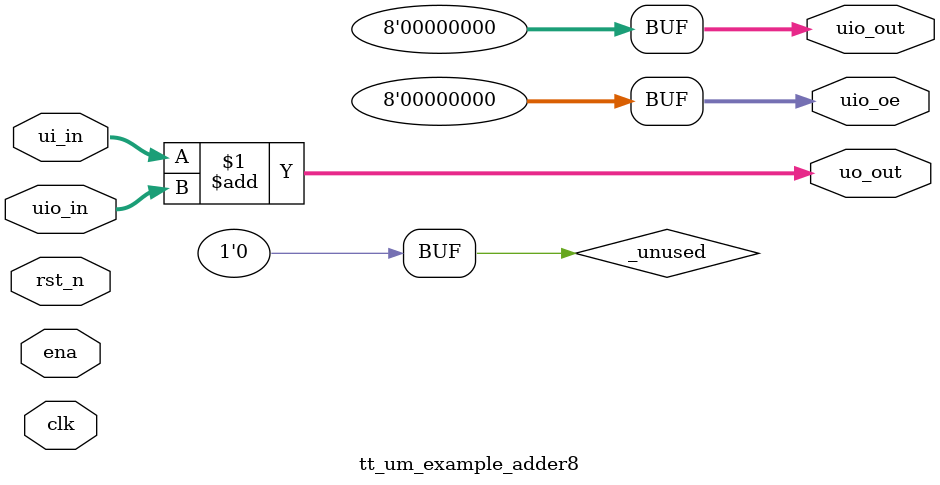
<source format=v>
/*
 * Copyright (c) 2024 Your Name
 * SPDX-License-Identifier: Apache-2.0
 */

`default_nettype none

module tt_um_example_adder8 (
    input  wire [7:0] ui_in,    // Dedicated inputs
    output wire [7:0] uo_out,   // Dedicated outputs
    input  wire [7:0] uio_in,   // IOs: Input path
    output wire [7:0] uio_out,  // IOs: Output path
    output wire [7:0] uio_oe,   // IOs: Enable path (active high: 0=input, 1=output)
    input  wire       ena,      // always 1 when the design is powered, so you can ignore it
    input  wire       clk,      // clock
    input  wire       rst_n     // reset_n - low to reset
);

  // All output pins must be assigned. If not used, assign to 0.
  assign uo_out  = ui_in + uio_in;  // Example: ou_out is the sum of ui_in and uio_in
  assign uio_out = 0;
  assign uio_oe  = 0;

  // List all unused inputs to prevent warnings
  wire _unused = &{ena, clk, rst_n, 1'b0};

endmodule

</source>
